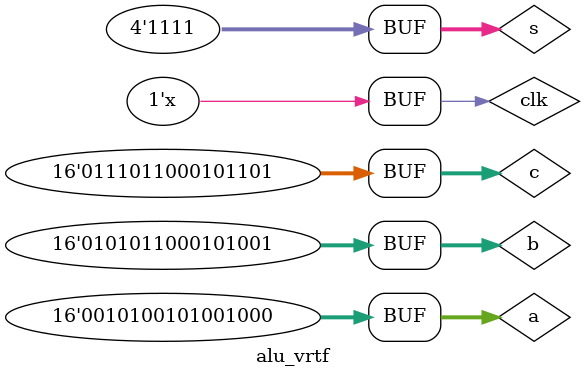
<source format=v>
`timescale 1ns / 1ps


module alu_vrtf;

// Inputs
reg [15:0] a;
reg [15:0] b;
reg [15:0] c;
reg [3:0] s;
reg clk;

// Outputs
wire [15:0] d;
wire [31:0] e;

// Instantiate the Unit Under Test (UUT)
alu_vr uut (
		.a(a), 
		.b(b), 
		.c(c), 
		.s(s), 
		.clk(clk), 
		.d(d), 
		.e(e)
		);
initial begin
	clk = 0;
	a=0;
	b=0;
	c=0;
	s=0;
end
	

always
  #5 clk = ~clk;

initial
begin
	// Add stimulus here
	a = 16'b0010100101001000 ; #10;
	b = 16'b0101011000101001 ; #10;	
	c = 16'b0111011000101101 ; #10;
    s= 4'b0000; #10;
	s= 4'b0001; #10;
	s= 4'b0010; #10;
	s= 4'b0011; #10;
	s= 4'b0100; #10;
	s= 4'b0101; #10;
	s= 4'b0110; #10;
	s= 4'b0111; #10;
	s= 4'b1000; #10;
	s= 4'b1001; #10;
	s= 4'b1010; #10;
	s= 4'b1011; #10;
	s= 4'b1110; #10;
	s= 4'b1111; #10;	
end
endmodule

</source>
